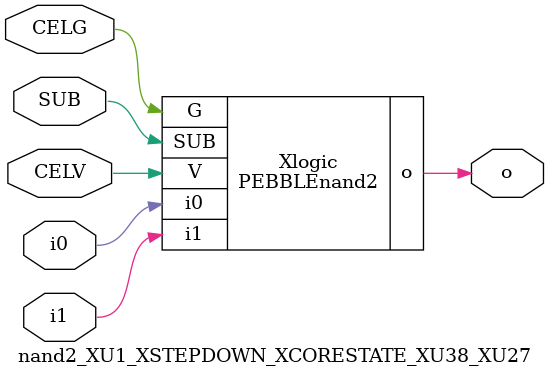
<source format=v>



module PEBBLEnand2 ( o, G, SUB, V, i0, i1 );

  input i0;
  input V;
  input i1;
  input G;
  output o;
  input SUB;
endmodule

//Celera Confidential Do Not Copy nand2_XU1_XSTEPDOWN_XCORESTATE_XU38_XU27
//Celera Confidential Symbol Generator
//5V NAND2
module nand2_XU1_XSTEPDOWN_XCORESTATE_XU38_XU27 (CELV,CELG,i0,i1,o,SUB);
input CELV;
input CELG;
input i0;
input i1;
input SUB;
output o;

//Celera Confidential Do Not Copy nand2
PEBBLEnand2 Xlogic(
.V (CELV),
.i0 (i0),
.i1 (i1),
.o (o),
.SUB (SUB),
.G (CELG)
);
//,diesize,PEBBLEnand2

//Celera Confidential Do Not Copy Module End
//Celera Schematic Generator
endmodule

</source>
